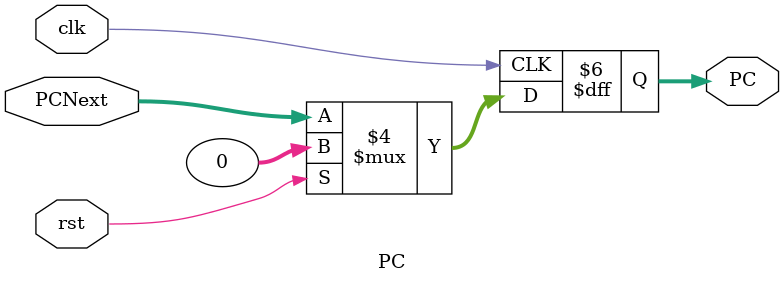
<source format=v>

`timescale 1ps/1ps



module PC (clk, rst, PC,PCNext);

input clk,rst;
input [31:0] PCNext;   //PCnext is the next value of PC
output reg [31:0] PC;  //PC is the current value of PC

always @ (posedge clk) //clock and reset always block 
begin
    if(!rst) PC<=PCNext;  //on initial run where reset=1, we will set PC to zero,
    else PC<=0;           //otherwise when clock signal is input and reset=0, 
			  //we will set the PC
                          //to the next value

#500; //delay time of instruction memory is included here as PC is directly 
      //related to instruction memory

end
    
endmodule


</source>
